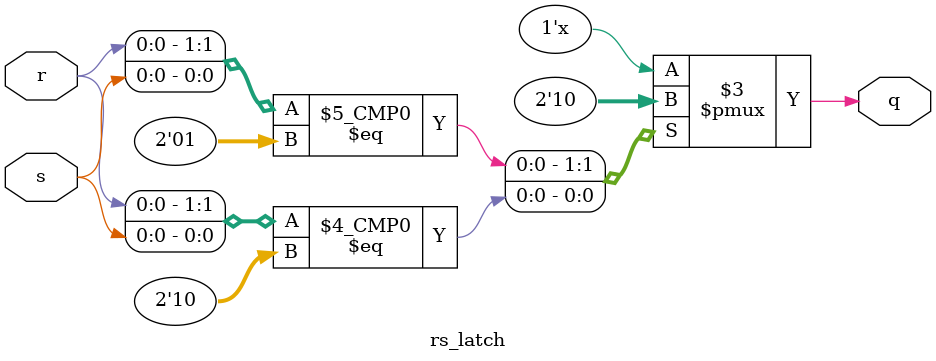
<source format=v>
`timescale 1ns / 1ps

module rs_latch(r,s,q);
input r,s;
output reg q;
    
    always@(r,s)
    begin
        case({r,s})
        2'b00:  q<=q;
        2'b01:  q<=1'b1;
        2'b10:  q<=1'b0;
        default:q<=q;
        endcase
    end
     
endmodule
</source>
